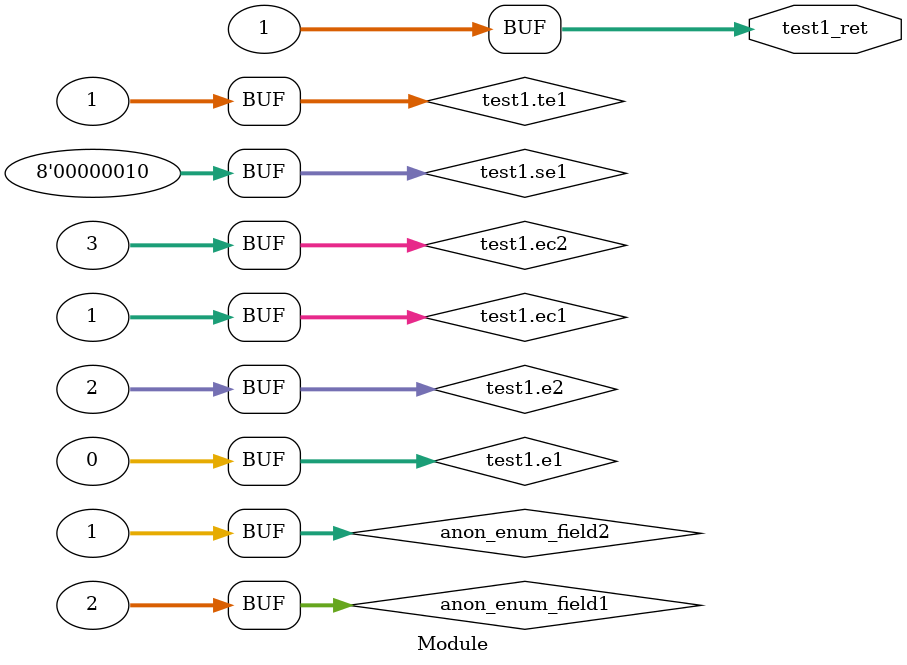
<source format=sv>
`include "metron/tools/metron_tools.sv"


// bad
// enum { FOO, BAR, BAZ };
// typedef enum logic[1:0] { FOO=70, BAR=71, BAZ=72 } blem;
// typedef enum { FOO, BAR=0, BAZ=1 } blem;

// good
// OK enum { FOO, BAR, BAZ } blem;
// enum { FOO=0, BAR=1, BAZ=2 } blem;
// typedef enum { FOO, BAR, BAZ } blem;
// typedef enum { FOO=0, BAR=1, BAZ=2 } blem;
// typedef enum logic[1:0] { FOO, BAR, BAZ } blem;
// typedef enum logic[1:0] { FOO=0, BAR=1, BAZ=2 } blem;

// enum struct {} ? same as enum class

// clang-format off
module Module (
  // test1() ports
  output int test1_ret
);
 /*public*/
  typedef enum { A1, /* random comment */ B1, C1 } simple_enum1;
  typedef enum { A2 = 32'b01, B2 = 32'h02, C2 = 32'd3 } simple_enum2;

  enum { A3, B3, C3 } anon_enum_field1;
  enum { A4 = 32'b01, B4 = 32'h02, C4 = 32'd3 } anon_enum_field2;

  typedef enum { A5, B5, C5 } enum_class1;
  typedef enum { A6 = 32'b01, B6 = 32'h02, C6 = 32'd3 } enum_class2;

  // These should work in TreeSitter now
  typedef enum int { A7 = 32'b01, B7 = 32'h02, C7 = 32'd3 } typed_enum;
  typedef enum logic[7:0] { A8 = 8'b01, B8 = 8'h02, C8 = 8'd3 } sized_enum;

  always_comb begin : test1
    simple_enum1 e1;
    simple_enum2 e2;
    enum_class1 ec1;
    enum_class2 ec2;
    typed_enum te1;
    sized_enum se1;
    e1 = A1;
    e2 = B2;
    anon_enum_field1 = C3;
    anon_enum_field2 = A4;
    ec1 = B5;
    ec2 = C6;
    te1 = A7;
    se1 = B8;
    test1_ret = 1;
  end
endmodule
// clang-format on

</source>
